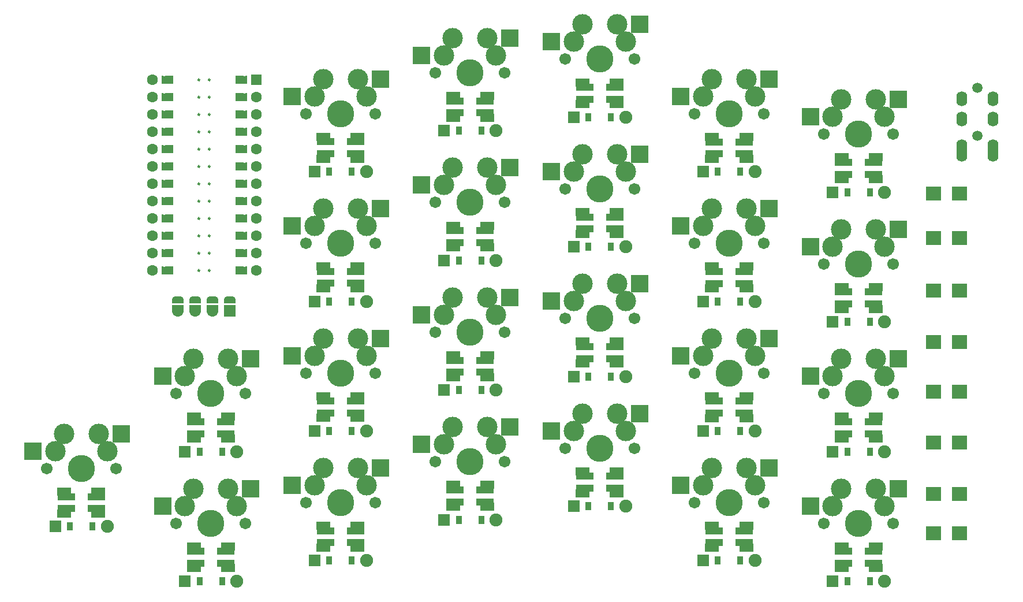
<source format=gbr>
%TF.GenerationSoftware,KiCad,Pcbnew,6.0.10-86aedd382b~118~ubuntu22.04.1*%
%TF.CreationDate,2023-01-31T18:23:29-07:00*%
%TF.ProjectId,scaarix_flow,73636161-7269-4785-9f66-6c6f772e6b69,v1.0.0*%
%TF.SameCoordinates,Original*%
%TF.FileFunction,Soldermask,Bot*%
%TF.FilePolarity,Negative*%
%FSLAX46Y46*%
G04 Gerber Fmt 4.6, Leading zero omitted, Abs format (unit mm)*
G04 Created by KiCad (PCBNEW 6.0.10-86aedd382b~118~ubuntu22.04.1) date 2023-01-31 18:23:29*
%MOMM*%
%LPD*%
G01*
G04 APERTURE LIST*
G04 Aperture macros list*
%AMFreePoly0*
4,1,6,0.600000,0.200000,0.000000,-0.400000,-0.600000,0.200000,-0.600000,0.400000,0.600000,0.400000,0.600000,0.200000,0.600000,0.200000,$1*%
%AMFreePoly1*
4,1,6,0.600000,-0.250000,-0.600000,-0.250000,-0.600000,1.000000,0.000000,0.400000,0.600000,1.000000,0.600000,-0.250000,0.600000,-0.250000,$1*%
%AMFreePoly2*
4,1,22,0.500000,-0.850000,0.000000,-0.850000,0.000000,-0.845033,-0.079941,-0.843568,-0.215256,-0.801293,-0.333266,-0.722738,-0.424486,-0.614219,-0.481581,-0.484460,-0.499164,-0.350000,-0.500000,-0.350000,-0.500000,0.350000,-0.499164,0.350000,-0.499963,0.356109,-0.478152,0.496186,-0.417904,0.624511,-0.324060,0.730769,-0.204165,0.806417,-0.067858,0.845374,0.000000,0.844959,0.000000,0.850000,
0.500000,0.850000,0.500000,-0.850000,0.500000,-0.850000,$1*%
%AMFreePoly3*
4,1,20,-0.850000,0.850000,0.000000,0.850000,0.115358,0.842136,0.293503,0.797719,0.457955,0.716085,0.601041,0.601041,0.716085,0.457955,0.797719,0.293503,0.842136,0.115358,0.850000,0.000000,0.842136,-0.115358,0.797719,-0.293503,0.716085,-0.457955,0.601041,-0.601041,0.457955,-0.716085,0.293503,-0.797719,0.115358,-0.842136,0.000000,-0.850000,-0.850000,-0.850000,-0.850000,0.850000,
-0.850000,0.850000,$1*%
G04 Aperture macros list end*
%ADD10C,0.250000*%
%ADD11C,0.100000*%
%ADD12R,0.900000X1.200000*%
%ADD13R,1.778000X1.778000*%
%ADD14C,1.905000*%
%ADD15C,3.000000*%
%ADD16C,1.701800*%
%ADD17C,3.987800*%
%ADD18R,2.550000X2.500000*%
%ADD19R,1.600000X1.600000*%
%ADD20C,1.600000*%
%ADD21FreePoly0,270.000000*%
%ADD22FreePoly0,90.000000*%
%ADD23FreePoly1,90.000000*%
%ADD24FreePoly1,270.000000*%
%ADD25C,1.500000*%
%ADD26O,1.600000X2.200000*%
%ADD27FreePoly2,270.000000*%
%ADD28R,1.700000X1.700000*%
%ADD29FreePoly3,270.000000*%
%ADD30R,2.600000X1.000000*%
%ADD31R,2.000000X1.200000*%
%ADD32R,2.200000X2.000000*%
G04 APERTURE END LIST*
D10*
%TO.C,MCU1*%
X148463000Y-70110000D02*
G75*
G03*
X148463000Y-70110000I-125000J0D01*
G01*
X148463000Y-67570000D02*
G75*
G03*
X148463000Y-67570000I-125000J0D01*
G01*
X149987000Y-57410000D02*
G75*
G03*
X149987000Y-57410000I-125000J0D01*
G01*
X148463000Y-80270000D02*
G75*
G03*
X148463000Y-80270000I-125000J0D01*
G01*
X148463000Y-59950000D02*
G75*
G03*
X148463000Y-59950000I-125000J0D01*
G01*
X148463000Y-57410000D02*
G75*
G03*
X148463000Y-57410000I-125000J0D01*
G01*
X148463000Y-65030000D02*
G75*
G03*
X148463000Y-65030000I-125000J0D01*
G01*
X149987000Y-75190000D02*
G75*
G03*
X149987000Y-75190000I-125000J0D01*
G01*
X148463000Y-72650000D02*
G75*
G03*
X148463000Y-72650000I-125000J0D01*
G01*
X148463000Y-52330000D02*
G75*
G03*
X148463000Y-52330000I-125000J0D01*
G01*
X149987000Y-54870000D02*
G75*
G03*
X149987000Y-54870000I-125000J0D01*
G01*
X149987000Y-72650000D02*
G75*
G03*
X149987000Y-72650000I-125000J0D01*
G01*
X149987000Y-59950000D02*
G75*
G03*
X149987000Y-59950000I-125000J0D01*
G01*
X149987000Y-52330000D02*
G75*
G03*
X149987000Y-52330000I-125000J0D01*
G01*
X149987000Y-77730000D02*
G75*
G03*
X149987000Y-77730000I-125000J0D01*
G01*
X149987000Y-65030000D02*
G75*
G03*
X149987000Y-65030000I-125000J0D01*
G01*
X148463000Y-54870000D02*
G75*
G03*
X148463000Y-54870000I-125000J0D01*
G01*
X148463000Y-62490000D02*
G75*
G03*
X148463000Y-62490000I-125000J0D01*
G01*
X149987000Y-67570000D02*
G75*
G03*
X149987000Y-67570000I-125000J0D01*
G01*
X149987000Y-80270000D02*
G75*
G03*
X149987000Y-80270000I-125000J0D01*
G01*
X148463000Y-75190000D02*
G75*
G03*
X148463000Y-75190000I-125000J0D01*
G01*
X149987000Y-62490000D02*
G75*
G03*
X149987000Y-62490000I-125000J0D01*
G01*
X148463000Y-77730000D02*
G75*
G03*
X148463000Y-77730000I-125000J0D01*
G01*
X149987000Y-70110000D02*
G75*
G03*
X149987000Y-70110000I-125000J0D01*
G01*
G36*
X144020000Y-70618000D02*
G01*
X143004000Y-70618000D01*
X143004000Y-69602000D01*
X144020000Y-69602000D01*
X144020000Y-70618000D01*
G37*
D11*
X144020000Y-70618000D02*
X143004000Y-70618000D01*
X143004000Y-69602000D01*
X144020000Y-69602000D01*
X144020000Y-70618000D01*
G36*
X144020000Y-52838000D02*
G01*
X143004000Y-52838000D01*
X143004000Y-51822000D01*
X144020000Y-51822000D01*
X144020000Y-52838000D01*
G37*
X144020000Y-52838000D02*
X143004000Y-52838000D01*
X143004000Y-51822000D01*
X144020000Y-51822000D01*
X144020000Y-52838000D01*
G36*
X155196000Y-70618000D02*
G01*
X154180000Y-70618000D01*
X154180000Y-69602000D01*
X155196000Y-69602000D01*
X155196000Y-70618000D01*
G37*
X155196000Y-70618000D02*
X154180000Y-70618000D01*
X154180000Y-69602000D01*
X155196000Y-69602000D01*
X155196000Y-70618000D01*
G36*
X144020000Y-62998000D02*
G01*
X143004000Y-62998000D01*
X143004000Y-61982000D01*
X144020000Y-61982000D01*
X144020000Y-62998000D01*
G37*
X144020000Y-62998000D02*
X143004000Y-62998000D01*
X143004000Y-61982000D01*
X144020000Y-61982000D01*
X144020000Y-62998000D01*
G36*
X144020000Y-55378000D02*
G01*
X143004000Y-55378000D01*
X143004000Y-54362000D01*
X144020000Y-54362000D01*
X144020000Y-55378000D01*
G37*
X144020000Y-55378000D02*
X143004000Y-55378000D01*
X143004000Y-54362000D01*
X144020000Y-54362000D01*
X144020000Y-55378000D01*
G36*
X155196000Y-62998000D02*
G01*
X154180000Y-62998000D01*
X154180000Y-61982000D01*
X155196000Y-61982000D01*
X155196000Y-62998000D01*
G37*
X155196000Y-62998000D02*
X154180000Y-62998000D01*
X154180000Y-61982000D01*
X155196000Y-61982000D01*
X155196000Y-62998000D01*
G36*
X144020000Y-78238000D02*
G01*
X143004000Y-78238000D01*
X143004000Y-77222000D01*
X144020000Y-77222000D01*
X144020000Y-78238000D01*
G37*
X144020000Y-78238000D02*
X143004000Y-78238000D01*
X143004000Y-77222000D01*
X144020000Y-77222000D01*
X144020000Y-78238000D01*
G36*
X155196000Y-60458000D02*
G01*
X154180000Y-60458000D01*
X154180000Y-59442000D01*
X155196000Y-59442000D01*
X155196000Y-60458000D01*
G37*
X155196000Y-60458000D02*
X154180000Y-60458000D01*
X154180000Y-59442000D01*
X155196000Y-59442000D01*
X155196000Y-60458000D01*
G36*
X155196000Y-78238000D02*
G01*
X154180000Y-78238000D01*
X154180000Y-77222000D01*
X155196000Y-77222000D01*
X155196000Y-78238000D01*
G37*
X155196000Y-78238000D02*
X154180000Y-78238000D01*
X154180000Y-77222000D01*
X155196000Y-77222000D01*
X155196000Y-78238000D01*
G36*
X144020000Y-57918000D02*
G01*
X143004000Y-57918000D01*
X143004000Y-56902000D01*
X144020000Y-56902000D01*
X144020000Y-57918000D01*
G37*
X144020000Y-57918000D02*
X143004000Y-57918000D01*
X143004000Y-56902000D01*
X144020000Y-56902000D01*
X144020000Y-57918000D01*
G36*
X155196000Y-55378000D02*
G01*
X154180000Y-55378000D01*
X154180000Y-54362000D01*
X155196000Y-54362000D01*
X155196000Y-55378000D01*
G37*
X155196000Y-55378000D02*
X154180000Y-55378000D01*
X154180000Y-54362000D01*
X155196000Y-54362000D01*
X155196000Y-55378000D01*
G36*
X155196000Y-73158000D02*
G01*
X154180000Y-73158000D01*
X154180000Y-72142000D01*
X155196000Y-72142000D01*
X155196000Y-73158000D01*
G37*
X155196000Y-73158000D02*
X154180000Y-73158000D01*
X154180000Y-72142000D01*
X155196000Y-72142000D01*
X155196000Y-73158000D01*
G36*
X144020000Y-80778000D02*
G01*
X143004000Y-80778000D01*
X143004000Y-79762000D01*
X144020000Y-79762000D01*
X144020000Y-80778000D01*
G37*
X144020000Y-80778000D02*
X143004000Y-80778000D01*
X143004000Y-79762000D01*
X144020000Y-79762000D01*
X144020000Y-80778000D01*
G36*
X155196000Y-65538000D02*
G01*
X154180000Y-65538000D01*
X154180000Y-64522000D01*
X155196000Y-64522000D01*
X155196000Y-65538000D01*
G37*
X155196000Y-65538000D02*
X154180000Y-65538000D01*
X154180000Y-64522000D01*
X155196000Y-64522000D01*
X155196000Y-65538000D01*
G36*
X144020000Y-65538000D02*
G01*
X143004000Y-65538000D01*
X143004000Y-64522000D01*
X144020000Y-64522000D01*
X144020000Y-65538000D01*
G37*
X144020000Y-65538000D02*
X143004000Y-65538000D01*
X143004000Y-64522000D01*
X144020000Y-64522000D01*
X144020000Y-65538000D01*
G36*
X155196000Y-80778000D02*
G01*
X154180000Y-80778000D01*
X154180000Y-79762000D01*
X155196000Y-79762000D01*
X155196000Y-80778000D01*
G37*
X155196000Y-80778000D02*
X154180000Y-80778000D01*
X154180000Y-79762000D01*
X155196000Y-79762000D01*
X155196000Y-80778000D01*
G36*
X155196000Y-75698000D02*
G01*
X154180000Y-75698000D01*
X154180000Y-74682000D01*
X155196000Y-74682000D01*
X155196000Y-75698000D01*
G37*
X155196000Y-75698000D02*
X154180000Y-75698000D01*
X154180000Y-74682000D01*
X155196000Y-74682000D01*
X155196000Y-75698000D01*
G36*
X144020000Y-68078000D02*
G01*
X143004000Y-68078000D01*
X143004000Y-67062000D01*
X144020000Y-67062000D01*
X144020000Y-68078000D01*
G37*
X144020000Y-68078000D02*
X143004000Y-68078000D01*
X143004000Y-67062000D01*
X144020000Y-67062000D01*
X144020000Y-68078000D01*
G36*
X144020000Y-73158000D02*
G01*
X143004000Y-73158000D01*
X143004000Y-72142000D01*
X144020000Y-72142000D01*
X144020000Y-73158000D01*
G37*
X144020000Y-73158000D02*
X143004000Y-73158000D01*
X143004000Y-72142000D01*
X144020000Y-72142000D01*
X144020000Y-73158000D01*
G36*
X155196000Y-68078000D02*
G01*
X154180000Y-68078000D01*
X154180000Y-67062000D01*
X155196000Y-67062000D01*
X155196000Y-68078000D01*
G37*
X155196000Y-68078000D02*
X154180000Y-68078000D01*
X154180000Y-67062000D01*
X155196000Y-67062000D01*
X155196000Y-68078000D01*
G36*
X155196000Y-52838000D02*
G01*
X154180000Y-52838000D01*
X154180000Y-51822000D01*
X155196000Y-51822000D01*
X155196000Y-52838000D01*
G37*
X155196000Y-52838000D02*
X154180000Y-52838000D01*
X154180000Y-51822000D01*
X155196000Y-51822000D01*
X155196000Y-52838000D01*
G36*
X144020000Y-60458000D02*
G01*
X143004000Y-60458000D01*
X143004000Y-59442000D01*
X144020000Y-59442000D01*
X144020000Y-60458000D01*
G37*
X144020000Y-60458000D02*
X143004000Y-60458000D01*
X143004000Y-59442000D01*
X144020000Y-59442000D01*
X144020000Y-60458000D01*
G36*
X155196000Y-57918000D02*
G01*
X154180000Y-57918000D01*
X154180000Y-56902000D01*
X155196000Y-56902000D01*
X155196000Y-57918000D01*
G37*
X155196000Y-57918000D02*
X154180000Y-57918000D01*
X154180000Y-56902000D01*
X155196000Y-56902000D01*
X155196000Y-57918000D01*
G36*
X144020000Y-75698000D02*
G01*
X143004000Y-75698000D01*
X143004000Y-74682000D01*
X144020000Y-74682000D01*
X144020000Y-75698000D01*
G37*
X144020000Y-75698000D02*
X143004000Y-75698000D01*
X143004000Y-74682000D01*
X144020000Y-74682000D01*
X144020000Y-75698000D01*
%TD*%
D12*
%TO.C,D6*%
X167450000Y-84800000D03*
D13*
X165290000Y-84800000D03*
D14*
X172910000Y-84800000D03*
D12*
X170750000Y-84800000D03*
%TD*%
%TO.C,D9*%
X186450000Y-97800000D03*
D13*
X184290000Y-97800000D03*
D14*
X191910000Y-97800000D03*
D12*
X189750000Y-97800000D03*
%TD*%
D15*
%TO.C,S15*%
X210910000Y-46760000D03*
D16*
X212180000Y-49300000D03*
X202020000Y-49300000D03*
D17*
X207100000Y-49300000D03*
D15*
X209640000Y-44220000D03*
X203290000Y-46760000D03*
X204560000Y-44220000D03*
D18*
X200015000Y-46760000D03*
X212942000Y-44220000D03*
%TD*%
D15*
%TO.C,S10*%
X185560000Y-65220000D03*
D17*
X188100000Y-70300000D03*
D15*
X191910000Y-67760000D03*
D16*
X183020000Y-70300000D03*
X193180000Y-70300000D03*
D15*
X184290000Y-67760000D03*
X190640000Y-65220000D03*
D18*
X181015000Y-67760000D03*
X193942000Y-65220000D03*
%TD*%
D15*
%TO.C,S3*%
X153910000Y-95760000D03*
X146290000Y-95760000D03*
X147560000Y-93220000D03*
D16*
X155180000Y-98300000D03*
X145020000Y-98300000D03*
D17*
X150100000Y-98300000D03*
D15*
X152640000Y-93220000D03*
D18*
X143015000Y-95760000D03*
X155942000Y-93220000D03*
%TD*%
D15*
%TO.C,S22*%
X248910000Y-76760000D03*
D16*
X250180000Y-79300000D03*
D17*
X245100000Y-79300000D03*
D15*
X241290000Y-76760000D03*
X242560000Y-74220000D03*
D16*
X240020000Y-79300000D03*
D15*
X247640000Y-74220000D03*
D18*
X238015000Y-76760000D03*
X250942000Y-74220000D03*
%TD*%
D15*
%TO.C,S20*%
X241290000Y-114760000D03*
X242560000Y-112220000D03*
X248910000Y-114760000D03*
D16*
X250180000Y-117300000D03*
D15*
X247640000Y-112220000D03*
D17*
X245100000Y-117300000D03*
D16*
X240020000Y-117300000D03*
D18*
X238015000Y-114760000D03*
X250942000Y-112220000D03*
%TD*%
D13*
%TO.C,D19*%
X222290000Y-65800000D03*
D12*
X224450000Y-65800000D03*
X227750000Y-65800000D03*
D14*
X229910000Y-65800000D03*
%TD*%
D15*
%TO.C,S16*%
X228640000Y-109220000D03*
X223560000Y-109220000D03*
D16*
X221020000Y-114300000D03*
D15*
X222290000Y-111760000D03*
D17*
X226100000Y-114300000D03*
D16*
X231180000Y-114300000D03*
D15*
X229910000Y-111760000D03*
D18*
X219015000Y-111760000D03*
X231942000Y-109220000D03*
%TD*%
D16*
%TO.C,S9*%
X183020000Y-89300000D03*
D15*
X184290000Y-86760000D03*
D17*
X188100000Y-89300000D03*
D15*
X185560000Y-84220000D03*
X191910000Y-86760000D03*
X190640000Y-84220000D03*
D16*
X193180000Y-89300000D03*
D18*
X181015000Y-86760000D03*
X193942000Y-84220000D03*
%TD*%
D13*
%TO.C,D3*%
X146290000Y-106800000D03*
D12*
X148450000Y-106800000D03*
X151750000Y-106800000D03*
D14*
X153910000Y-106800000D03*
%TD*%
D15*
%TO.C,S19*%
X223560000Y-52220000D03*
X222290000Y-54760000D03*
X228640000Y-52220000D03*
D17*
X226100000Y-57300000D03*
D16*
X231180000Y-57300000D03*
X221020000Y-57300000D03*
D15*
X229910000Y-54760000D03*
D18*
X219015000Y-54760000D03*
X231942000Y-52220000D03*
%TD*%
D12*
%TO.C,D14*%
X205450000Y-76800000D03*
D13*
X203290000Y-76800000D03*
D12*
X208750000Y-76800000D03*
D14*
X210910000Y-76800000D03*
%TD*%
D12*
%TO.C,D17*%
X224450000Y-103800000D03*
D13*
X222290000Y-103800000D03*
D14*
X229910000Y-103800000D03*
D12*
X227750000Y-103800000D03*
%TD*%
D13*
%TO.C,D8*%
X184290000Y-116800000D03*
D12*
X186450000Y-116800000D03*
D14*
X191910000Y-116800000D03*
D12*
X189750000Y-116800000D03*
%TD*%
D15*
%TO.C,S4*%
X172910000Y-111760000D03*
D17*
X169100000Y-114300000D03*
D16*
X164020000Y-114300000D03*
D15*
X171640000Y-109220000D03*
X165290000Y-111760000D03*
D16*
X174180000Y-114300000D03*
D15*
X166560000Y-109220000D03*
D18*
X162015000Y-111760000D03*
X174942000Y-109220000D03*
%TD*%
D13*
%TO.C,D1*%
X127290000Y-117800000D03*
D12*
X129450000Y-117800000D03*
X132750000Y-117800000D03*
D14*
X134910000Y-117800000D03*
%TD*%
D13*
%TO.C,D22*%
X241290000Y-87800000D03*
D12*
X243450000Y-87800000D03*
D14*
X248910000Y-87800000D03*
D12*
X246750000Y-87800000D03*
%TD*%
D15*
%TO.C,S11*%
X185560000Y-46220000D03*
D16*
X183020000Y-51300000D03*
D15*
X184290000Y-48760000D03*
D16*
X193180000Y-51300000D03*
D17*
X188100000Y-51300000D03*
D15*
X191910000Y-48760000D03*
X190640000Y-46220000D03*
D18*
X181015000Y-48760000D03*
X193942000Y-46220000D03*
%TD*%
D12*
%TO.C,D16*%
X224450000Y-122800000D03*
D13*
X222290000Y-122800000D03*
D14*
X229910000Y-122800000D03*
D12*
X227750000Y-122800000D03*
%TD*%
D19*
%TO.C,MCU1*%
X156720000Y-52330000D03*
D20*
X141480000Y-77730000D03*
D21*
X154942000Y-65030000D03*
X154942000Y-54870000D03*
D22*
X143258000Y-57410000D03*
D21*
X154942000Y-52330000D03*
D20*
X156720000Y-80270000D03*
D21*
X154942000Y-57410000D03*
X154942000Y-59950000D03*
D22*
X143258000Y-62490000D03*
D20*
X141480000Y-62490000D03*
D22*
X143258000Y-80270000D03*
D21*
X154942000Y-72650000D03*
D20*
X141480000Y-72650000D03*
X156720000Y-65030000D03*
X156720000Y-67570000D03*
X141480000Y-52330000D03*
D22*
X143258000Y-75190000D03*
D20*
X156720000Y-62490000D03*
D21*
X154942000Y-67570000D03*
D20*
X141480000Y-75190000D03*
X141480000Y-59950000D03*
D22*
X143258000Y-52330000D03*
D21*
X154942000Y-77730000D03*
X154942000Y-80270000D03*
D20*
X156720000Y-57410000D03*
D21*
X154942000Y-75190000D03*
D22*
X143258000Y-72650000D03*
D21*
X154942000Y-70110000D03*
D20*
X156720000Y-54870000D03*
X156720000Y-59950000D03*
X156720000Y-70110000D03*
D22*
X143258000Y-77730000D03*
X143258000Y-70110000D03*
D20*
X141480000Y-70110000D03*
X141480000Y-57410000D03*
D22*
X143258000Y-59950000D03*
X143258000Y-65030000D03*
X143258000Y-67570000D03*
D20*
X156720000Y-52330000D03*
X141480000Y-67570000D03*
X156720000Y-72650000D03*
X156720000Y-75190000D03*
X141480000Y-65030000D03*
D22*
X143258000Y-54870000D03*
D20*
X156720000Y-77730000D03*
D21*
X154942000Y-62490000D03*
D20*
X141480000Y-54870000D03*
X141480000Y-80270000D03*
D23*
X144274000Y-52330000D03*
X144274000Y-54870000D03*
X144274000Y-57410000D03*
X144274000Y-59950000D03*
X144274000Y-62490000D03*
X144274000Y-65030000D03*
X144274000Y-67570000D03*
X144274000Y-70110000D03*
X144274000Y-72650000D03*
X144274000Y-75190000D03*
X144274000Y-77730000D03*
X144274000Y-80270000D03*
D24*
X153926000Y-80270000D03*
X153926000Y-77730000D03*
X153926000Y-75190000D03*
X153926000Y-72650000D03*
X153926000Y-70110000D03*
X153926000Y-67570000D03*
X153926000Y-65030000D03*
X153926000Y-62490000D03*
X153926000Y-59950000D03*
X153926000Y-57410000D03*
X153926000Y-54870000D03*
X153926000Y-52330000D03*
%TD*%
D13*
%TO.C,D4*%
X165290000Y-122800000D03*
D12*
X167450000Y-122800000D03*
X170750000Y-122800000D03*
D14*
X172910000Y-122800000D03*
%TD*%
D15*
%TO.C,S23*%
X241290000Y-57760000D03*
D16*
X240020000Y-60300000D03*
D17*
X245100000Y-60300000D03*
D16*
X250180000Y-60300000D03*
D15*
X242560000Y-55220000D03*
X247640000Y-55220000D03*
X248910000Y-57760000D03*
D18*
X238015000Y-57760000D03*
X250942000Y-55220000D03*
%TD*%
D25*
%TO.C,TRRS*%
X262500000Y-60500000D03*
X262500000Y-53500000D03*
D26*
X260200000Y-63200000D03*
X264800000Y-63200000D03*
X260200000Y-62100000D03*
X264800000Y-62100000D03*
X260200000Y-58100000D03*
X264800000Y-58100000D03*
X260200000Y-55100000D03*
X264800000Y-55100000D03*
%TD*%
D13*
%TO.C,D15*%
X203290000Y-57800000D03*
D12*
X205450000Y-57800000D03*
D14*
X210910000Y-57800000D03*
D12*
X208750000Y-57800000D03*
%TD*%
D27*
%TO.C,OLED1*%
X145280000Y-84549000D03*
X147820000Y-84549000D03*
X150360000Y-84549000D03*
X152900000Y-84549000D03*
D28*
X152900000Y-86200000D03*
D29*
X150360000Y-86200000D03*
X147820000Y-86200000D03*
X145280000Y-86200000D03*
%TD*%
D13*
%TO.C,D20*%
X241290000Y-125800000D03*
D12*
X243450000Y-125800000D03*
X246750000Y-125800000D03*
D14*
X248910000Y-125800000D03*
%TD*%
D15*
%TO.C,S21*%
X248910000Y-95760000D03*
D16*
X250180000Y-98300000D03*
D15*
X247640000Y-93220000D03*
D17*
X245100000Y-98300000D03*
D16*
X240020000Y-98300000D03*
D15*
X241290000Y-95760000D03*
X242560000Y-93220000D03*
D18*
X238015000Y-95760000D03*
X250942000Y-93220000D03*
%TD*%
D15*
%TO.C,S2*%
X146290000Y-114760000D03*
D16*
X145020000Y-117300000D03*
D17*
X150100000Y-117300000D03*
D15*
X153910000Y-114760000D03*
X147560000Y-112220000D03*
D16*
X155180000Y-117300000D03*
D15*
X152640000Y-112220000D03*
D18*
X143015000Y-114760000D03*
X155942000Y-112220000D03*
%TD*%
D13*
%TO.C,D2*%
X146290000Y-125800000D03*
D12*
X148450000Y-125800000D03*
X151750000Y-125800000D03*
D14*
X153910000Y-125800000D03*
%TD*%
D16*
%TO.C,S8*%
X193180000Y-108300000D03*
D15*
X191910000Y-105760000D03*
D17*
X188100000Y-108300000D03*
D15*
X185560000Y-103220000D03*
X190640000Y-103220000D03*
X184290000Y-105760000D03*
D16*
X183020000Y-108300000D03*
D18*
X181015000Y-105760000D03*
X193942000Y-103220000D03*
%TD*%
D12*
%TO.C,D5*%
X167450000Y-103800000D03*
D13*
X165290000Y-103800000D03*
D14*
X172910000Y-103800000D03*
D12*
X170750000Y-103800000D03*
%TD*%
D15*
%TO.C,S13*%
X204560000Y-82220000D03*
D16*
X202020000Y-87300000D03*
D17*
X207100000Y-87300000D03*
D15*
X209640000Y-82220000D03*
D16*
X212180000Y-87300000D03*
D15*
X210910000Y-84760000D03*
X203290000Y-84760000D03*
D18*
X200015000Y-84760000D03*
X212942000Y-82220000D03*
%TD*%
D13*
%TO.C,D7*%
X165290000Y-65800000D03*
D12*
X167450000Y-65800000D03*
X170750000Y-65800000D03*
D14*
X172910000Y-65800000D03*
%TD*%
D16*
%TO.C,S1*%
X136180000Y-109300000D03*
X126020000Y-109300000D03*
D15*
X133640000Y-104220000D03*
X127290000Y-106760000D03*
D17*
X131100000Y-109300000D03*
D15*
X134910000Y-106760000D03*
X128560000Y-104220000D03*
D18*
X124015000Y-106760000D03*
X136942000Y-104220000D03*
%TD*%
D12*
%TO.C,D13*%
X205450000Y-95800000D03*
D13*
X203290000Y-95800000D03*
D14*
X210910000Y-95800000D03*
D12*
X208750000Y-95800000D03*
%TD*%
D16*
%TO.C,S5*%
X174180000Y-95300000D03*
D15*
X172910000Y-92760000D03*
D16*
X164020000Y-95300000D03*
D15*
X165290000Y-92760000D03*
X166560000Y-90220000D03*
X171640000Y-90220000D03*
D17*
X169100000Y-95300000D03*
D18*
X162015000Y-92760000D03*
X174942000Y-90220000D03*
%TD*%
D12*
%TO.C,D18*%
X224450000Y-84800000D03*
D13*
X222290000Y-84800000D03*
D14*
X229910000Y-84800000D03*
D12*
X227750000Y-84800000D03*
%TD*%
D15*
%TO.C,S6*%
X166560000Y-71220000D03*
X165290000Y-73760000D03*
D16*
X174180000Y-76300000D03*
D15*
X172910000Y-73760000D03*
D17*
X169100000Y-76300000D03*
D16*
X164020000Y-76300000D03*
D15*
X171640000Y-71220000D03*
D18*
X162015000Y-73760000D03*
X174942000Y-71220000D03*
%TD*%
D16*
%TO.C,S12*%
X212180000Y-106300000D03*
D15*
X209640000Y-101220000D03*
X204560000Y-101220000D03*
X203290000Y-103760000D03*
D16*
X202020000Y-106300000D03*
D17*
X207100000Y-106300000D03*
D15*
X210910000Y-103760000D03*
D18*
X200015000Y-103760000D03*
X212942000Y-101220000D03*
%TD*%
D15*
%TO.C,S7*%
X172910000Y-54760000D03*
X166560000Y-52220000D03*
D16*
X174180000Y-57300000D03*
X164020000Y-57300000D03*
D17*
X169100000Y-57300000D03*
D15*
X165290000Y-54760000D03*
X171640000Y-52220000D03*
D18*
X162015000Y-54760000D03*
X174942000Y-52220000D03*
%TD*%
D16*
%TO.C,S14*%
X212180000Y-68300000D03*
X202020000Y-68300000D03*
D15*
X210910000Y-65760000D03*
D17*
X207100000Y-68300000D03*
D15*
X203290000Y-65760000D03*
X209640000Y-63220000D03*
X204560000Y-63220000D03*
D18*
X200015000Y-65760000D03*
X212942000Y-63220000D03*
%TD*%
D16*
%TO.C,S18*%
X221020000Y-76300000D03*
D15*
X228640000Y-71220000D03*
D16*
X231180000Y-76300000D03*
D15*
X229910000Y-73760000D03*
X222290000Y-73760000D03*
D17*
X226100000Y-76300000D03*
D15*
X223560000Y-71220000D03*
D18*
X219015000Y-73760000D03*
X231942000Y-71220000D03*
%TD*%
D12*
%TO.C,D21*%
X243450000Y-106800000D03*
D13*
X241290000Y-106800000D03*
D14*
X248910000Y-106800000D03*
D12*
X246750000Y-106800000D03*
%TD*%
D13*
%TO.C,D11*%
X184290000Y-59800000D03*
D12*
X186450000Y-59800000D03*
D14*
X191910000Y-59800000D03*
D12*
X189750000Y-59800000D03*
%TD*%
D17*
%TO.C,S17*%
X226100000Y-95300000D03*
D15*
X228640000Y-90220000D03*
X222290000Y-92760000D03*
X223560000Y-90220000D03*
D16*
X231180000Y-95300000D03*
X221020000Y-95300000D03*
D15*
X229910000Y-92760000D03*
D18*
X219015000Y-92760000D03*
X231942000Y-90220000D03*
%TD*%
D13*
%TO.C,D10*%
X184290000Y-78800000D03*
D12*
X186450000Y-78800000D03*
D14*
X191910000Y-78800000D03*
D12*
X189750000Y-78800000D03*
%TD*%
D13*
%TO.C,D23*%
X241290000Y-68800000D03*
D12*
X243450000Y-68800000D03*
D14*
X248910000Y-68800000D03*
D12*
X246750000Y-68800000D03*
%TD*%
%TO.C,D12*%
X205450000Y-114800000D03*
D13*
X203290000Y-114800000D03*
D12*
X208750000Y-114800000D03*
D14*
X210910000Y-114800000D03*
%TD*%
D30*
%TO.C,LED37*%
X190300000Y-74425000D03*
X190300000Y-76175000D03*
X185900000Y-76175000D03*
X185900000Y-74425000D03*
D31*
X190600000Y-73700000D03*
X190600000Y-76900000D03*
X185600000Y-76900000D03*
X185600000Y-73700000D03*
%TD*%
D30*
%TO.C,LED29*%
X152300000Y-121425000D03*
X152300000Y-123175000D03*
X147900000Y-123175000D03*
X147900000Y-121425000D03*
D31*
X152600000Y-120700000D03*
X152600000Y-123900000D03*
X147600000Y-123900000D03*
X147600000Y-120700000D03*
%TD*%
D30*
%TO.C,LED41*%
X209300000Y-72425000D03*
X209300000Y-74175000D03*
X204900000Y-74175000D03*
X204900000Y-72425000D03*
D31*
X209600000Y-71700000D03*
X209600000Y-74900000D03*
X204600000Y-74900000D03*
X204600000Y-71700000D03*
%TD*%
D30*
%TO.C,LED31*%
X171300000Y-118400000D03*
X171300000Y-120150000D03*
X166900000Y-120150000D03*
X166900000Y-118400000D03*
D31*
X171600000Y-117675000D03*
X171600000Y-120875000D03*
X166600000Y-120875000D03*
X166600000Y-117675000D03*
%TD*%
D30*
%TO.C,LED43*%
X228300000Y-118425000D03*
X228300000Y-120175000D03*
X223900000Y-120175000D03*
X223900000Y-118425000D03*
D31*
X228600000Y-117700000D03*
X228600000Y-120900000D03*
X223600000Y-120900000D03*
X223600000Y-117700000D03*
%TD*%
D30*
%TO.C,LED39*%
X209300000Y-110425000D03*
X209300000Y-112175000D03*
X204900000Y-112175000D03*
X204900000Y-110425000D03*
D31*
X209600000Y-109700000D03*
X209600000Y-112900000D03*
X204600000Y-112900000D03*
X204600000Y-109700000D03*
%TD*%
D30*
%TO.C,LED36*%
X190300000Y-93425000D03*
X190300000Y-95175000D03*
X185900000Y-95175000D03*
X185900000Y-93425000D03*
D31*
X190600000Y-92700000D03*
X190600000Y-95900000D03*
X185600000Y-95900000D03*
X185600000Y-92700000D03*
%TD*%
D30*
%TO.C,LED47*%
X247300000Y-121425000D03*
X247300000Y-123175000D03*
X242900000Y-123175000D03*
X242900000Y-121425000D03*
D31*
X247600000Y-120700000D03*
X247600000Y-123900000D03*
X242600000Y-123900000D03*
X242600000Y-120700000D03*
%TD*%
D30*
%TO.C,LED38*%
X190300000Y-55425000D03*
X190300000Y-57175000D03*
X185900000Y-57175000D03*
X185900000Y-55425000D03*
D31*
X190600000Y-54700000D03*
X190600000Y-57900000D03*
X185600000Y-57900000D03*
X185600000Y-54700000D03*
%TD*%
D30*
%TO.C,LED42*%
X209300000Y-53425000D03*
X209300000Y-55175000D03*
X204900000Y-55175000D03*
X204900000Y-53425000D03*
D31*
X209600000Y-52700000D03*
X209600000Y-55900000D03*
X204600000Y-55900000D03*
X204600000Y-52700000D03*
%TD*%
D30*
%TO.C,LED50*%
X247300000Y-64425000D03*
X247300000Y-66175000D03*
X242900000Y-66175000D03*
X242900000Y-64425000D03*
D31*
X247600000Y-63700000D03*
X247600000Y-66900000D03*
X242600000Y-66900000D03*
X242600000Y-63700000D03*
%TD*%
D30*
%TO.C,LED28*%
X133300000Y-113425000D03*
X133300000Y-115175000D03*
X128900000Y-115175000D03*
X128900000Y-113425000D03*
D31*
X133600000Y-112700000D03*
X133600000Y-115900000D03*
X128600000Y-115900000D03*
X128600000Y-112700000D03*
%TD*%
D30*
%TO.C,LED40*%
X209300000Y-91425000D03*
X209300000Y-93175000D03*
X204900000Y-93175000D03*
X204900000Y-91425000D03*
D31*
X209600000Y-90700000D03*
X209600000Y-93900000D03*
X204600000Y-93900000D03*
X204600000Y-90700000D03*
%TD*%
D30*
%TO.C,LED35*%
X190300000Y-112425000D03*
X190300000Y-114175000D03*
X185900000Y-114175000D03*
X185900000Y-112425000D03*
D31*
X190600000Y-111700000D03*
X190600000Y-114900000D03*
X185600000Y-114900000D03*
X185600000Y-111700000D03*
%TD*%
D30*
%TO.C,LED34*%
X171300000Y-61400000D03*
X171300000Y-63150000D03*
X166900000Y-63150000D03*
X166900000Y-61400000D03*
D31*
X171600000Y-60675000D03*
X171600000Y-63875000D03*
X166600000Y-63875000D03*
X166600000Y-60675000D03*
%TD*%
D30*
%TO.C,LED44*%
X228300000Y-99425000D03*
X228300000Y-101175000D03*
X223900000Y-101175000D03*
X223900000Y-99425000D03*
D31*
X228600000Y-98700000D03*
X228600000Y-101900000D03*
X223600000Y-101900000D03*
X223600000Y-98700000D03*
%TD*%
D30*
%TO.C,LED30*%
X152300000Y-102425000D03*
X152300000Y-104175000D03*
X147900000Y-104175000D03*
X147900000Y-102425000D03*
D31*
X152600000Y-101700000D03*
X152600000Y-104900000D03*
X147600000Y-104900000D03*
X147600000Y-101700000D03*
%TD*%
D30*
%TO.C,LED46*%
X228300000Y-61425000D03*
X228300000Y-63175000D03*
X223900000Y-63175000D03*
X223900000Y-61425000D03*
D31*
X228600000Y-60700000D03*
X228600000Y-63900000D03*
X223600000Y-63900000D03*
X223600000Y-60700000D03*
%TD*%
D30*
%TO.C,LED32*%
X171300000Y-99400000D03*
X171300000Y-101150000D03*
X166900000Y-101150000D03*
X166900000Y-99400000D03*
D31*
X171600000Y-98675000D03*
X171600000Y-101875000D03*
X166600000Y-101875000D03*
X166600000Y-98675000D03*
%TD*%
D30*
%TO.C,LED49*%
X247300000Y-83425000D03*
X247300000Y-85175000D03*
X242900000Y-85175000D03*
X242900000Y-83425000D03*
D31*
X247600000Y-82700000D03*
X247600000Y-85900000D03*
X242600000Y-85900000D03*
X242600000Y-82700000D03*
%TD*%
D30*
%TO.C,LED33*%
X171300000Y-80400000D03*
X171300000Y-82150000D03*
X166900000Y-82150000D03*
X166900000Y-80400000D03*
D31*
X171600000Y-79675000D03*
X171600000Y-82875000D03*
X166600000Y-82875000D03*
X166600000Y-79675000D03*
%TD*%
D30*
%TO.C,LED48*%
X247300000Y-102425000D03*
X247300000Y-104175000D03*
X242900000Y-104175000D03*
X242900000Y-102425000D03*
D31*
X247600000Y-101700000D03*
X247600000Y-104900000D03*
X242600000Y-104900000D03*
X242600000Y-101700000D03*
%TD*%
D30*
%TO.C,LED45*%
X228300000Y-80425000D03*
X228300000Y-82175000D03*
X223900000Y-82175000D03*
X223900000Y-80425000D03*
D31*
X228600000Y-79700000D03*
X228600000Y-82900000D03*
X223600000Y-82900000D03*
X223600000Y-79700000D03*
%TD*%
D32*
%TO.C,J1*%
X256100000Y-69000000D03*
X259900000Y-69000000D03*
X259900000Y-75500000D03*
X256100000Y-75500000D03*
X256100000Y-83250000D03*
X259900000Y-83250000D03*
X259900000Y-90750000D03*
X256100000Y-90750000D03*
X259900000Y-98000000D03*
X256100000Y-98000000D03*
X256100000Y-105500000D03*
X259900000Y-105500000D03*
X259900000Y-113000000D03*
X256100000Y-113000000D03*
X256100000Y-118750000D03*
X259900000Y-118750000D03*
%TD*%
M02*

</source>
